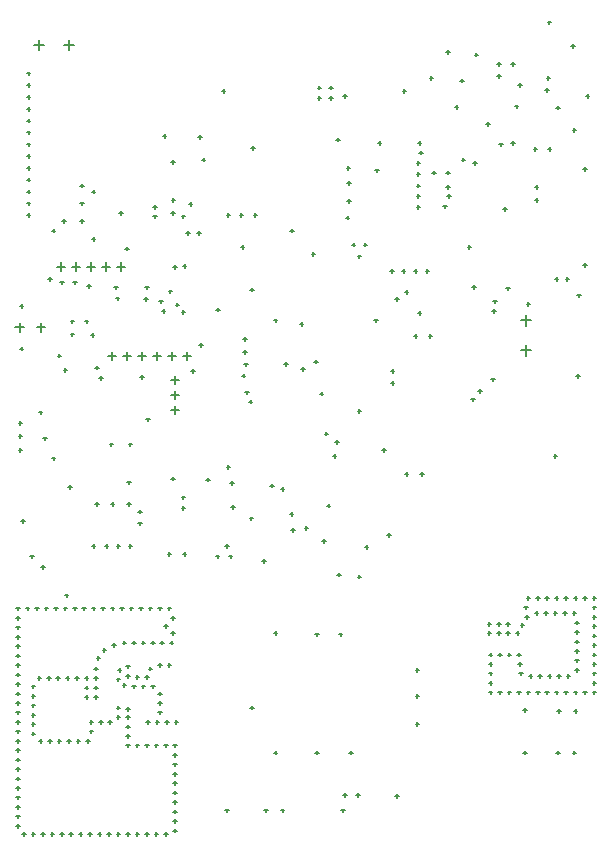
<source format=gbr>
%TF.GenerationSoftware,Altium Limited,Altium Designer,21.2.2 (38)*%
G04 Layer_Color=128*
%FSLAX45Y45*%
%MOMM*%
%TF.SameCoordinates,EE3A7C27-349B-46B6-A90B-2B7A9072729B*%
%TF.FilePolarity,Positive*%
%TF.FileFunction,Drillmap*%
%TF.Part,Single*%
G01*
G75*
%TA.AperFunction,NonConductor*%
%ADD103C,0.12700*%
D103*
X216500Y4350000D02*
X288500D01*
X252500Y4314000D02*
Y4386000D01*
X36500Y4350000D02*
X108500D01*
X72500Y4314000D02*
Y4386000D01*
X1355000Y3780000D02*
X1425000D01*
X1390000Y3745000D02*
Y3815000D01*
X1355000Y3907000D02*
X1425000D01*
X1390000Y3872000D02*
Y3942000D01*
X1355000Y3653000D02*
X1425000D01*
X1390000Y3618000D02*
Y3688000D01*
X1329000Y4110000D02*
X1399000D01*
X1364000Y4075000D02*
Y4145000D01*
X1456000Y4110000D02*
X1526000D01*
X1491000Y4075000D02*
Y4145000D01*
X1075000Y4110000D02*
X1145000D01*
X1110000Y4075000D02*
Y4145000D01*
X1202000Y4110000D02*
X1272000D01*
X1237000Y4075000D02*
Y4145000D01*
X821000Y4110000D02*
X891000D01*
X856000Y4075000D02*
Y4145000D01*
X948000Y4110000D02*
X1018000D01*
X983000Y4075000D02*
Y4145000D01*
X4315000Y4410000D02*
X4405000D01*
X4360000Y4365000D02*
Y4455000D01*
X4315000Y4156000D02*
X4405000D01*
X4360000Y4111000D02*
Y4201000D01*
X896000Y4865000D02*
X966000D01*
X931000Y4830000D02*
Y4900000D01*
X769000Y4865000D02*
X839000D01*
X804000Y4830000D02*
Y4900000D01*
X642000Y4865000D02*
X712000D01*
X677000Y4830000D02*
Y4900000D01*
X515000Y4865000D02*
X585000D01*
X550000Y4830000D02*
Y4900000D01*
X388000Y4865000D02*
X458000D01*
X423000Y4830000D02*
Y4900000D01*
X445000Y6740000D02*
X535000D01*
X490000Y6695000D02*
Y6785000D01*
X191000Y6740000D02*
X281000D01*
X236000Y6695000D02*
Y6785000D01*
X3815000Y5770000D02*
X3845000D01*
X3830000Y5755000D02*
Y5785000D01*
X1812500Y2497500D02*
X1842500D01*
X1827500Y2482500D02*
Y2512500D01*
X2020000Y2732500D02*
X2050000D01*
X2035000Y2717500D02*
Y2747500D01*
X1845000Y2410000D02*
X1875000D01*
X1860000Y2395000D02*
Y2425000D01*
X1735000Y2410000D02*
X1765000D01*
X1750000Y2395000D02*
Y2425000D01*
X2360000Y2767500D02*
X2390000D01*
X2375000Y2752500D02*
Y2782500D01*
X1455000Y4867500D02*
X1485000D01*
X1470000Y4852500D02*
Y4882500D01*
X1575000Y5150000D02*
X1605000D01*
X1590000Y5135000D02*
Y5165000D01*
X1485000Y5150000D02*
X1515000D01*
X1500000Y5135000D02*
Y5165000D01*
X3685000Y5660000D02*
X3715000D01*
X3700000Y5645000D02*
Y5675000D01*
X3565000Y5660000D02*
X3595000D01*
X3580000Y5645000D02*
Y5675000D01*
X3685000Y5540000D02*
X3715000D01*
X3700000Y5525000D02*
Y5555000D01*
X3695000Y5460000D02*
X3725000D01*
X3710000Y5445000D02*
Y5475000D01*
X3915000Y5740000D02*
X3945000D01*
X3930000Y5725000D02*
Y5755000D01*
X2565000Y4060000D02*
X2595000D01*
X2580000Y4045000D02*
Y4075000D01*
X2125000Y2370000D02*
X2155000D01*
X2140000Y2355000D02*
Y2385000D01*
X1595000Y4200000D02*
X1625000D01*
X1610000Y4185000D02*
Y4215000D01*
X345000Y5170000D02*
X375000D01*
X360000Y5155000D02*
Y5185000D01*
X235000Y3630000D02*
X265000D01*
X250000Y3615000D02*
Y3645000D01*
X2795000Y260000D02*
X2825000D01*
X2810000Y245000D02*
Y275000D01*
X2285000Y260000D02*
X2315000D01*
X2300000Y245000D02*
Y275000D01*
X2145000Y260000D02*
X2175000D01*
X2160000Y245000D02*
Y275000D01*
X315000Y4760000D02*
X345000D01*
X330000Y4745000D02*
Y4775000D01*
X4165304Y5351369D02*
X4195304D01*
X4180304Y5336369D02*
Y5366369D01*
X3145000Y3312500D02*
X3175000D01*
X3160000Y3297500D02*
Y3327500D01*
X2935000Y3640000D02*
X2965000D01*
X2950000Y3625000D02*
Y3655000D01*
X3215000Y3980000D02*
X3245000D01*
X3230000Y3965000D02*
Y3995000D01*
X3215000Y3880000D02*
X3245000D01*
X3230000Y3865000D02*
Y3895000D01*
X2285000Y2980000D02*
X2315000D01*
X2300000Y2965000D02*
Y2995000D01*
X1445000Y2820000D02*
X1475000D01*
X1460000Y2805000D02*
Y2835000D01*
X1355000Y3070000D02*
X1385000D01*
X1370000Y3055000D02*
Y3085000D01*
X2035000Y5870000D02*
X2065000D01*
X2050000Y5855000D02*
Y5885000D01*
X915000Y5320001D02*
X945000D01*
X930000Y5305001D02*
Y5335001D01*
X2995000Y2490000D02*
X3025000D01*
X3010000Y2475000D02*
Y2505000D01*
X3075000Y4410000D02*
X3105000D01*
X3090000Y4395000D02*
Y4425000D01*
X3905000Y4690000D02*
X3935000D01*
X3920000Y4675000D02*
Y4705000D01*
X4435000Y5540000D02*
X4465000D01*
X4450000Y5525000D02*
Y5555000D01*
X4435000Y5430000D02*
X4465000D01*
X4450000Y5415000D02*
Y5445000D01*
X4135000Y5900000D02*
X4165000D01*
X4150000Y5885000D02*
Y5915000D01*
X4025000Y6070000D02*
X4055000D01*
X4040000Y6055000D02*
Y6085000D01*
X4615000Y6210000D02*
X4645000D01*
X4630000Y6195000D02*
Y6225000D01*
X2615000Y3790000D02*
X2645000D01*
X2630000Y3775000D02*
Y3805000D01*
X2455000Y3997500D02*
X2485000D01*
X2470000Y3982500D02*
Y4012500D01*
X835000Y3360000D02*
X865000D01*
X850000Y3345000D02*
Y3375000D01*
X1145000Y3570000D02*
X1175000D01*
X1160000Y3555000D02*
Y3585000D01*
X1095000Y3930000D02*
X1125000D01*
X1110000Y3915000D02*
Y3945000D01*
X435000Y5250000D02*
X465000D01*
X450000Y5235000D02*
Y5265000D01*
X685000Y5100000D02*
X715000D01*
X700000Y5085000D02*
Y5115000D01*
X585000Y5250000D02*
X615000D01*
X600000Y5235000D02*
Y5265000D01*
X585000Y5400000D02*
X615000D01*
X600000Y5385000D02*
Y5415000D01*
X685000Y5500000D02*
X715000D01*
X700000Y5485000D02*
Y5515000D01*
X135000Y6500000D02*
X165000D01*
X150000Y6485000D02*
Y6515000D01*
X135000Y6400000D02*
X165000D01*
X150000Y6385000D02*
Y6415000D01*
X135000Y6300000D02*
X165000D01*
X150000Y6285000D02*
Y6315000D01*
X135000Y6200000D02*
X165000D01*
X150000Y6185000D02*
Y6215000D01*
X135000Y6100000D02*
X165000D01*
X150000Y6085000D02*
Y6115000D01*
X135000Y6000000D02*
X165000D01*
X150000Y5985000D02*
Y6015000D01*
X135000Y5900000D02*
X165000D01*
X150000Y5885000D02*
Y5915000D01*
X135000Y5800000D02*
X165000D01*
X150000Y5785000D02*
Y5815000D01*
X135000Y5700000D02*
X165000D01*
X150000Y5685000D02*
Y5715000D01*
X135000Y5600000D02*
X165000D01*
X150000Y5585000D02*
Y5615000D01*
X135000Y5500000D02*
X165000D01*
X150000Y5485000D02*
Y5515000D01*
X135000Y5400000D02*
X165000D01*
X150000Y5385000D02*
Y5415000D01*
X135000Y5300000D02*
X165000D01*
X150000Y5285000D02*
Y5315000D01*
X75000Y4170000D02*
X105000D01*
X90000Y4155000D02*
Y4185000D01*
X75000Y4530000D02*
X105000D01*
X90000Y4515000D02*
Y4545000D01*
X4625000Y1100000D02*
X4655000D01*
X4640000Y1085000D02*
Y1115000D01*
X4765000Y1100000D02*
X4795000D01*
X4780000Y1085000D02*
Y1115000D01*
X4755000Y750000D02*
X4785000D01*
X4770000Y735000D02*
Y765000D01*
X4615000Y750000D02*
X4645000D01*
X4630000Y735000D02*
Y765000D01*
X2775000Y1750000D02*
X2805000D01*
X2790000Y1735000D02*
Y1765000D01*
X2575000Y1750000D02*
X2605000D01*
X2590000Y1735000D02*
Y1765000D01*
X2225000Y1760000D02*
X2255000D01*
X2240000Y1745000D02*
Y1775000D01*
X2025000Y1130000D02*
X2055000D01*
X2040000Y1115000D02*
Y1145000D01*
X2225000Y750000D02*
X2255000D01*
X2240000Y735000D02*
Y765000D01*
X2575000Y750000D02*
X2605000D01*
X2590000Y735000D02*
Y765000D01*
X2865000Y750000D02*
X2895000D01*
X2880000Y735000D02*
Y765000D01*
X3425000Y990000D02*
X3455000D01*
X3440000Y975000D02*
Y1005000D01*
X3425000Y1230000D02*
X3455000D01*
X3440000Y1215000D02*
Y1245000D01*
X3425000Y1450000D02*
X3455000D01*
X3440000Y1435000D02*
Y1465000D01*
X2365000Y5170000D02*
X2395000D01*
X2380000Y5155000D02*
Y5185000D01*
X2545000Y4970000D02*
X2575000D01*
X2560000Y4955000D02*
Y4985000D01*
X1945000Y5030000D02*
X1975000D01*
X1960000Y5015000D02*
Y5045000D01*
X2025000Y4670000D02*
X2055000D01*
X2040000Y4655000D02*
Y4685000D01*
X1375000Y4860000D02*
X1405000D01*
X1390000Y4845000D02*
Y4875000D01*
X1355000Y5750000D02*
X1385000D01*
X1370000Y5735000D02*
Y5765000D01*
X1615000Y5770000D02*
X1645000D01*
X1630000Y5755000D02*
Y5785000D01*
X1585000Y5960000D02*
X1615000D01*
X1600000Y5945000D02*
Y5975000D01*
X3435000Y5370000D02*
X3465000D01*
X3450000Y5355000D02*
Y5385000D01*
X3435000Y5460000D02*
X3465000D01*
X3450000Y5445000D02*
Y5475000D01*
X3435000Y5550000D02*
X3465000D01*
X3450000Y5535000D02*
Y5565000D01*
X3435000Y5650000D02*
X3465000D01*
X3450000Y5635000D02*
Y5665000D01*
X3435000Y5740000D02*
X3465000D01*
X3450000Y5725000D02*
Y5755000D01*
X3455000Y5830000D02*
X3485000D01*
X3470000Y5815000D02*
Y5845000D01*
X3445000Y5910000D02*
X3475000D01*
X3460000Y5895000D02*
Y5925000D01*
X1785000Y6350000D02*
X1815000D01*
X1800000Y6335000D02*
Y6365000D01*
X3315000Y6350000D02*
X3345000D01*
X3330000Y6335000D02*
Y6365000D01*
X3805000Y6440000D02*
X3835000D01*
X3820000Y6425000D02*
Y6455000D01*
X3545000Y6460000D02*
X3575000D01*
X3560000Y6445000D02*
Y6475000D01*
X3685000Y6680000D02*
X3715000D01*
X3700000Y6665000D02*
Y6695000D01*
X4115000Y6580000D02*
X4145000D01*
X4130000Y6565000D02*
Y6595000D01*
X4235000Y6580000D02*
X4265000D01*
X4250000Y6565000D02*
Y6595000D01*
X4265000Y6220000D02*
X4295000D01*
X4280000Y6205000D02*
Y6235000D01*
X4295000Y6400000D02*
X4325000D01*
X4310000Y6385000D02*
Y6415000D01*
X4115000Y6480000D02*
X4145000D01*
X4130000Y6465000D02*
Y6495000D01*
X4535000Y6460000D02*
X4565000D01*
X4550000Y6445000D02*
Y6475000D01*
X4745000Y6730000D02*
X4775000D01*
X4760000Y6715000D02*
Y6745000D01*
X4755000Y6020000D02*
X4785000D01*
X4770000Y6005000D02*
Y6035000D01*
X4845000Y5690000D02*
X4875000D01*
X4860000Y5675000D02*
Y5705000D01*
X4845000Y4880000D02*
X4875000D01*
X4860000Y4865000D02*
Y4895000D01*
X4785000Y3940000D02*
X4815000D01*
X4800000Y3925000D02*
Y3955000D01*
X4795000Y4620000D02*
X4825000D01*
X4810000Y4605000D02*
Y4635000D01*
X4605000Y4760000D02*
X4635000D01*
X4620000Y4745000D02*
Y4775000D01*
X4695000Y4760000D02*
X4725000D01*
X4710000Y4745000D02*
Y4775000D01*
X4365000Y4550000D02*
X4395000D01*
X4380000Y4535000D02*
Y4565000D01*
X4075000Y4490000D02*
X4105000D01*
X4090000Y4475000D02*
Y4505000D01*
X4085000Y4570000D02*
X4115000D01*
X4100000Y4555000D02*
Y4585000D01*
X3445000Y4470000D02*
X3475000D01*
X3460000Y4455000D02*
Y4485000D01*
X3255000Y4590000D02*
X3285000D01*
X3270000Y4575000D02*
Y4605000D01*
X3335000Y4650000D02*
X3365000D01*
X3350000Y4635000D02*
Y4665000D01*
X4595000Y3260000D02*
X4625000D01*
X4610000Y3245000D02*
Y3275000D01*
X3465000Y3110000D02*
X3495000D01*
X3480000Y3095000D02*
Y3125000D01*
X3335000Y3110000D02*
X3365000D01*
X3350000Y3095000D02*
Y3125000D01*
X3185000Y2590000D02*
X3215000D01*
X3200000Y2575000D02*
Y2605000D01*
X2675000Y2840000D02*
X2705000D01*
X2690000Y2825000D02*
Y2855000D01*
X2725000Y3260000D02*
X2755000D01*
X2740000Y3245000D02*
Y3275000D01*
X2745000Y3380000D02*
X2775000D01*
X2760000Y3365000D02*
Y3395000D01*
X2655000Y3450000D02*
X2685000D01*
X2670000Y3435000D02*
Y3465000D01*
X2315000Y4040000D02*
X2345000D01*
X2330000Y4025000D02*
Y4055000D01*
X2225000Y4410000D02*
X2255000D01*
X2240000Y4395000D02*
Y4425000D01*
X2445000Y4380000D02*
X2475000D01*
X2460000Y4365000D02*
Y4395000D01*
X1965000Y4140000D02*
X1995000D01*
X1980000Y4125000D02*
Y4155000D01*
X645000Y4700000D02*
X675000D01*
X660000Y4685000D02*
Y4715000D01*
X525000Y4730000D02*
X555000D01*
X540000Y4715000D02*
Y4745000D01*
X415000Y4730000D02*
X445000D01*
X430000Y4715000D02*
Y4745000D01*
X505000Y4290000D02*
X535000D01*
X520000Y4275000D02*
Y4305000D01*
X505000Y4400000D02*
X535000D01*
X520000Y4385000D02*
Y4415000D01*
X625000Y4400000D02*
X655000D01*
X640000Y4385000D02*
Y4415000D01*
X65000Y3540000D02*
X95000D01*
X80000Y3525000D02*
Y3555000D01*
X65000Y3430000D02*
X95000D01*
X80000Y3415000D02*
Y3445000D01*
X65000Y3310000D02*
X95000D01*
X80000Y3295000D02*
Y3325000D01*
X85000Y2710000D02*
X115000D01*
X100000Y2695000D02*
Y2725000D01*
X165000Y2410000D02*
X195000D01*
X180000Y2395000D02*
Y2425000D01*
X255000Y2320000D02*
X285000D01*
X270000Y2305000D02*
Y2335000D01*
X2935000Y2240000D02*
X2965000D01*
X2950000Y2225000D02*
Y2255000D01*
X3255000Y380000D02*
X3285000D01*
X3270000Y365000D02*
Y395000D01*
X2925000Y390000D02*
X2955000D01*
X2940000Y375000D02*
Y405000D01*
X2815000Y390000D02*
X2845000D01*
X2830000Y375000D02*
Y405000D01*
X2760659Y2255659D02*
X2790659D01*
X2775659Y2240659D02*
Y2270659D01*
X4365000Y2060000D02*
X4395000D01*
X4380000Y2045000D02*
Y2075000D01*
X4345000Y1980000D02*
X4375000D01*
X4360000Y1965000D02*
Y1995000D01*
X4195000Y1840000D02*
X4225000D01*
X4210000Y1825000D02*
Y1855000D01*
X4115000Y1840000D02*
X4145000D01*
X4130000Y1825000D02*
Y1855000D01*
X4035000Y1840000D02*
X4065000D01*
X4050000Y1825000D02*
Y1855000D01*
X4845000Y2060000D02*
X4875000D01*
X4860000Y2045000D02*
Y2075000D01*
X4765000Y2060000D02*
X4795000D01*
X4780000Y2045000D02*
Y2075000D01*
X4685000Y2060000D02*
X4715000D01*
X4700000Y2045000D02*
Y2075000D01*
X4605000Y2060000D02*
X4635000D01*
X4620000Y2045000D02*
Y2075000D01*
X4525000Y2060000D02*
X4555000D01*
X4540000Y2045000D02*
Y2075000D01*
X4445000Y2060000D02*
X4475000D01*
X4460000Y2045000D02*
Y2075000D01*
X4925000Y1820000D02*
X4955000D01*
X4940000Y1805000D02*
Y1835000D01*
X4925000Y1900000D02*
X4955000D01*
X4940000Y1885000D02*
Y1915000D01*
X4925000Y1980000D02*
X4955000D01*
X4940000Y1965000D02*
Y1995000D01*
X4925000Y2060000D02*
X4955000D01*
X4940000Y2045000D02*
Y2075000D01*
X4925000Y1340000D02*
X4955000D01*
X4940000Y1325000D02*
Y1355000D01*
X4925000Y1420000D02*
X4955000D01*
X4940000Y1405000D02*
Y1435000D01*
X4925000Y1500000D02*
X4955000D01*
X4940000Y1485000D02*
Y1515000D01*
X4925000Y1580000D02*
X4955000D01*
X4940000Y1565000D02*
Y1595000D01*
X4925000Y1660000D02*
X4955000D01*
X4940000Y1645000D02*
Y1675000D01*
X4925000Y1740000D02*
X4955000D01*
X4940000Y1725000D02*
Y1755000D01*
X4605000Y1260000D02*
X4635000D01*
X4620000Y1245000D02*
Y1275000D01*
X4685000Y1260000D02*
X4715000D01*
X4700000Y1245000D02*
Y1275000D01*
X4765000Y1260000D02*
X4795000D01*
X4780000Y1245000D02*
Y1275000D01*
X4845000Y1260000D02*
X4875000D01*
X4860000Y1245000D02*
Y1275000D01*
X4925000Y1260000D02*
X4955000D01*
X4940000Y1245000D02*
Y1275000D01*
X4125000Y1260000D02*
X4155000D01*
X4140000Y1245000D02*
Y1275000D01*
X4205000Y1260000D02*
X4235000D01*
X4220000Y1245000D02*
Y1275000D01*
X4285000Y1260000D02*
X4315000D01*
X4300000Y1245000D02*
Y1275000D01*
X4365000Y1260000D02*
X4395000D01*
X4380000Y1245000D02*
Y1275000D01*
X4445000Y1260000D02*
X4475000D01*
X4460000Y1245000D02*
Y1275000D01*
X4525000Y1260000D02*
X4555000D01*
X4540000Y1245000D02*
Y1275000D01*
X4045000Y1500000D02*
X4075000D01*
X4060000Y1485000D02*
Y1515000D01*
X4045000Y1420000D02*
X4075000D01*
X4060000Y1405000D02*
Y1435000D01*
X4045000Y1340000D02*
X4075000D01*
X4060000Y1325000D02*
Y1355000D01*
X4045000Y1260000D02*
X4075000D01*
X4060000Y1245000D02*
Y1275000D01*
X4045000Y1580000D02*
X4075000D01*
X4060000Y1565000D02*
Y1595000D01*
X4125000Y1580000D02*
X4155000D01*
X4140000Y1565000D02*
Y1595000D01*
X4205000Y1580000D02*
X4235000D01*
X4220000Y1565000D02*
Y1595000D01*
X4285000Y1580000D02*
X4315000D01*
X4300000Y1565000D02*
Y1595000D01*
X4295000Y1500000D02*
X4325000D01*
X4310000Y1485000D02*
Y1515000D01*
X4305000Y1420000D02*
X4335000D01*
X4320000Y1405000D02*
Y1435000D01*
X4385000Y1400000D02*
X4415000D01*
X4400000Y1385000D02*
Y1415000D01*
X4465000Y1400000D02*
X4495000D01*
X4480000Y1385000D02*
Y1415000D01*
X4545000Y1400000D02*
X4575000D01*
X4560000Y1385000D02*
Y1415000D01*
X4625000Y1400000D02*
X4655000D01*
X4640000Y1385000D02*
Y1415000D01*
X4705000Y1400000D02*
X4735000D01*
X4720000Y1385000D02*
Y1415000D01*
X4775000Y1450000D02*
X4805000D01*
X4790000Y1435000D02*
Y1465000D01*
X4775000Y1530000D02*
X4805000D01*
X4790000Y1515000D02*
Y1545000D01*
X4775000Y1610000D02*
X4805000D01*
X4790000Y1595000D02*
Y1625000D01*
X4775000Y1690000D02*
X4805000D01*
X4790000Y1675000D02*
Y1705000D01*
X4775000Y1770000D02*
X4805000D01*
X4790000Y1755000D02*
Y1785000D01*
X4775000Y1850000D02*
X4805000D01*
X4790000Y1835000D02*
Y1865000D01*
X4755000Y1930000D02*
X4785000D01*
X4770000Y1915000D02*
Y1945000D01*
X4675000Y1930000D02*
X4705000D01*
X4690000Y1915000D02*
Y1945000D01*
X4595000Y1930000D02*
X4625000D01*
X4610000Y1915000D02*
Y1945000D01*
X4515000Y1930000D02*
X4545000D01*
X4530000Y1915000D02*
Y1945000D01*
X4435000Y1930000D02*
X4465000D01*
X4450000Y1915000D02*
Y1945000D01*
X4355000Y1900000D02*
X4385000D01*
X4370000Y1885000D02*
Y1915000D01*
X4315000Y1830000D02*
X4345000D01*
X4330000Y1815000D02*
Y1845000D01*
X4275000Y1760000D02*
X4305000D01*
X4290000Y1745000D02*
Y1775000D01*
X4195000Y1760000D02*
X4225000D01*
X4210000Y1745000D02*
Y1775000D01*
X4115000Y1760000D02*
X4145000D01*
X4130000Y1745000D02*
Y1775000D01*
X4035000Y1760000D02*
X4065000D01*
X4050000Y1745000D02*
Y1775000D01*
X1355000Y1760000D02*
X1385000D01*
X1370000Y1745000D02*
Y1775000D01*
X1295000Y1820000D02*
X1325000D01*
X1310000Y1805000D02*
Y1835000D01*
X1355000Y1890000D02*
X1385000D01*
X1370000Y1875000D02*
Y1905000D01*
X1325000Y1970000D02*
X1355000D01*
X1340000Y1955000D02*
Y1985000D01*
X1245000Y1970000D02*
X1275000D01*
X1260000Y1955000D02*
Y1985000D01*
X1165000Y1970000D02*
X1195000D01*
X1180000Y1955000D02*
Y1985000D01*
X1085000Y1970000D02*
X1115000D01*
X1100000Y1955000D02*
Y1985000D01*
X1005000Y1970000D02*
X1035000D01*
X1020000Y1955000D02*
Y1985000D01*
X925000Y1970000D02*
X955000D01*
X940000Y1955000D02*
Y1985000D01*
X845000Y1970000D02*
X875000D01*
X860000Y1955000D02*
Y1985000D01*
X765000Y1970000D02*
X795000D01*
X780000Y1955000D02*
Y1985000D01*
X685000Y1970000D02*
X715000D01*
X700000Y1955000D02*
Y1985000D01*
X605000Y1970000D02*
X635000D01*
X620000Y1955000D02*
Y1985000D01*
X525000Y1970000D02*
X555000D01*
X540000Y1955000D02*
Y1985000D01*
X445000Y1970000D02*
X475000D01*
X460000Y1955000D02*
Y1985000D01*
X365000Y1970000D02*
X395000D01*
X380000Y1955000D02*
Y1985000D01*
X285000Y1970000D02*
X315000D01*
X300000Y1955000D02*
Y1985000D01*
X205000Y1970000D02*
X235000D01*
X220000Y1955000D02*
Y1985000D01*
X125000Y1970000D02*
X155000D01*
X140000Y1955000D02*
Y1985000D01*
X45000Y1970000D02*
X75000D01*
X60000Y1955000D02*
Y1985000D01*
X45000Y1890000D02*
X75000D01*
X60000Y1875000D02*
Y1905000D01*
X45000Y1810000D02*
X75000D01*
X60000Y1795000D02*
Y1825000D01*
X45000Y1730000D02*
X75000D01*
X60000Y1715000D02*
Y1745000D01*
X45000Y1650000D02*
X75000D01*
X60000Y1635000D02*
Y1665000D01*
X45000Y1570000D02*
X75000D01*
X60000Y1555000D02*
Y1585000D01*
X45000Y1490000D02*
X75000D01*
X60000Y1475000D02*
Y1505000D01*
X45000Y1410000D02*
X75000D01*
X60000Y1395000D02*
Y1425000D01*
X45000Y1330000D02*
X75000D01*
X60000Y1315000D02*
Y1345000D01*
X45000Y1250000D02*
X75000D01*
X60000Y1235000D02*
Y1265000D01*
X45000Y1170000D02*
X75000D01*
X60000Y1155000D02*
Y1185000D01*
X45000Y1090000D02*
X75000D01*
X60000Y1075000D02*
Y1105000D01*
X45000Y1010000D02*
X75000D01*
X60000Y995000D02*
Y1025000D01*
X45000Y930000D02*
X75000D01*
X60000Y915000D02*
Y945000D01*
X45000Y850000D02*
X75000D01*
X60000Y835000D02*
Y865000D01*
X45000Y770000D02*
X75000D01*
X60000Y755000D02*
Y785000D01*
X45000Y690000D02*
X75000D01*
X60000Y675000D02*
Y705000D01*
X45000Y610000D02*
X75000D01*
X60000Y595000D02*
Y625000D01*
X45000Y530000D02*
X75000D01*
X60000Y515000D02*
Y545000D01*
X45000Y450000D02*
X75000D01*
X60000Y435000D02*
Y465000D01*
X45000Y370000D02*
X75000D01*
X60000Y355000D02*
Y385000D01*
X45000Y290000D02*
X75000D01*
X60000Y275000D02*
Y305000D01*
X45000Y210000D02*
X75000D01*
X60000Y195000D02*
Y225000D01*
X45000Y130000D02*
X75000D01*
X60000Y115000D02*
Y145000D01*
X95000Y60000D02*
X125000D01*
X110000Y45000D02*
Y75000D01*
X175000Y60000D02*
X205000D01*
X190000Y45000D02*
Y75000D01*
X255000Y60000D02*
X285000D01*
X270000Y45000D02*
Y75000D01*
X335000Y60000D02*
X365000D01*
X350000Y45000D02*
Y75000D01*
X415000Y60000D02*
X445000D01*
X430000Y45000D02*
Y75000D01*
X495000Y60000D02*
X525000D01*
X510000Y45000D02*
Y75000D01*
X575000Y60000D02*
X605000D01*
X590000Y45000D02*
Y75000D01*
X655000Y60000D02*
X685000D01*
X670000Y45000D02*
Y75000D01*
X735000Y60000D02*
X765000D01*
X750000Y45000D02*
Y75000D01*
X815000Y60000D02*
X845000D01*
X830000Y45000D02*
Y75000D01*
X895000Y60000D02*
X925000D01*
X910000Y45000D02*
Y75000D01*
X975000Y60000D02*
X1005000D01*
X990000Y45000D02*
Y75000D01*
X1055000Y60000D02*
X1085000D01*
X1070000Y45000D02*
Y75000D01*
X1135000Y60000D02*
X1165000D01*
X1150000Y45000D02*
Y75000D01*
X1215000Y60000D02*
X1245000D01*
X1230000Y45000D02*
Y75000D01*
X1295000Y60000D02*
X1325000D01*
X1310000Y45000D02*
Y75000D01*
X1375000Y90000D02*
X1405000D01*
X1390000Y75000D02*
Y105000D01*
X1375000Y170000D02*
X1405000D01*
X1390000Y155000D02*
Y185000D01*
X1375000Y250000D02*
X1405000D01*
X1390000Y235000D02*
Y265000D01*
X1375000Y330000D02*
X1405000D01*
X1390000Y315000D02*
Y345000D01*
X1375000Y410000D02*
X1405000D01*
X1390000Y395000D02*
Y425000D01*
X1375000Y490000D02*
X1405000D01*
X1390000Y475000D02*
Y505000D01*
X1375000Y570000D02*
X1405000D01*
X1390000Y555000D02*
Y585000D01*
X1375000Y650000D02*
X1405000D01*
X1390000Y635000D02*
Y665000D01*
X1375000Y730000D02*
X1405000D01*
X1390000Y715000D02*
Y745000D01*
X1325000Y1490000D02*
X1355000D01*
X1340000Y1475000D02*
Y1505000D01*
X1245000Y1490000D02*
X1275000D01*
X1260000Y1475000D02*
Y1505000D01*
X1165000Y1460000D02*
X1195000D01*
X1180000Y1445000D02*
Y1475000D01*
X1135000Y1390000D02*
X1165000D01*
X1150000Y1375000D02*
Y1405000D01*
X1055000Y1390000D02*
X1085000D01*
X1070000Y1375000D02*
Y1405000D01*
X975000Y1400000D02*
X1005000D01*
X990000Y1385000D02*
Y1415000D01*
X975000Y1480000D02*
X1005000D01*
X990000Y1465000D02*
Y1495000D01*
X905000Y1450000D02*
X935000D01*
X920000Y1435000D02*
Y1465000D01*
X895000Y1370000D02*
X925000D01*
X910000Y1355000D02*
Y1385000D01*
X945000Y1320000D02*
X975000D01*
X960000Y1305000D02*
Y1335000D01*
X1025000Y1310000D02*
X1055000D01*
X1040000Y1295000D02*
Y1325000D01*
X1105000Y1310000D02*
X1135000D01*
X1120000Y1295000D02*
Y1325000D01*
X1185000Y1310000D02*
X1215000D01*
X1200000Y1295000D02*
Y1325000D01*
X1245000Y1250000D02*
X1275000D01*
X1260000Y1235000D02*
Y1265000D01*
X1245000Y1170000D02*
X1275000D01*
X1260000Y1155000D02*
Y1185000D01*
X1245000Y1090000D02*
X1275000D01*
X1260000Y1075000D02*
Y1105000D01*
X1145000Y1010000D02*
X1175000D01*
X1160000Y995000D02*
Y1025000D01*
X1225000Y1010000D02*
X1255000D01*
X1240000Y995000D02*
Y1025000D01*
X1305000Y1010000D02*
X1335000D01*
X1320000Y995000D02*
Y1025000D01*
X1385000Y1010000D02*
X1415000D01*
X1400000Y995000D02*
Y1025000D01*
X1375000Y810000D02*
X1405000D01*
X1390000Y795000D02*
Y825000D01*
X1295000Y810000D02*
X1325000D01*
X1310000Y795000D02*
Y825000D01*
X1215000Y810000D02*
X1245000D01*
X1230000Y795000D02*
Y825000D01*
X1135000Y810000D02*
X1165000D01*
X1150000Y795000D02*
Y825000D01*
X1055000Y810000D02*
X1085000D01*
X1070000Y795000D02*
Y825000D01*
X975000Y810000D02*
X1005000D01*
X990000Y795000D02*
Y825000D01*
X975000Y890000D02*
X1005000D01*
X990000Y875000D02*
Y905000D01*
X975000Y970000D02*
X1005000D01*
X990000Y955000D02*
Y985000D01*
X975000Y1050000D02*
X1005000D01*
X990000Y1035000D02*
Y1065000D01*
X975000Y1120000D02*
X1005000D01*
X990000Y1105000D02*
Y1135000D01*
X895000Y1130000D02*
X925000D01*
X910000Y1115000D02*
Y1145000D01*
X895000Y1050000D02*
X925000D01*
X910000Y1035000D02*
Y1065000D01*
X825000Y1010000D02*
X855000D01*
X840000Y995000D02*
Y1025000D01*
X745000Y1010000D02*
X775000D01*
X760000Y995000D02*
Y1025000D01*
X665000Y1010000D02*
X695000D01*
X680000Y995000D02*
Y1025000D01*
X665000Y930000D02*
X695000D01*
X680000Y915000D02*
Y945000D01*
X635000Y850000D02*
X665000D01*
X650000Y835000D02*
Y865000D01*
X555000Y850000D02*
X585000D01*
X570000Y835000D02*
Y865000D01*
X475000Y850000D02*
X505000D01*
X490000Y835000D02*
Y865000D01*
X395000Y850000D02*
X425000D01*
X410000Y835000D02*
Y865000D01*
X315000Y850000D02*
X345000D01*
X330000Y835000D02*
Y865000D01*
X235000Y850000D02*
X265000D01*
X250000Y835000D02*
Y865000D01*
X175000Y910000D02*
X205000D01*
X190000Y895000D02*
Y925000D01*
X175000Y990000D02*
X205000D01*
X190000Y975000D02*
Y1005000D01*
X175000Y1070000D02*
X205000D01*
X190000Y1055000D02*
Y1085000D01*
X175000Y1150000D02*
X205000D01*
X190000Y1135000D02*
Y1165000D01*
X175000Y1230000D02*
X205000D01*
X190000Y1215000D02*
Y1245000D01*
X175000Y1310000D02*
X205000D01*
X190000Y1295000D02*
Y1325000D01*
X225000Y1380000D02*
X255000D01*
X240000Y1365000D02*
Y1395000D01*
X305000Y1380000D02*
X335000D01*
X320000Y1365000D02*
Y1395000D01*
X385000Y1380000D02*
X415000D01*
X400000Y1365000D02*
Y1395000D01*
X465000Y1380000D02*
X495000D01*
X480000Y1365000D02*
Y1395000D01*
X545000Y1380000D02*
X575000D01*
X560000Y1365000D02*
Y1395000D01*
X625000Y1380000D02*
X655000D01*
X640000Y1365000D02*
Y1395000D01*
X625000Y1300000D02*
X655000D01*
X640000Y1285000D02*
Y1315000D01*
X625000Y1220000D02*
X655000D01*
X640000Y1205000D02*
Y1235000D01*
X705000Y1220000D02*
X735000D01*
X720000Y1205000D02*
Y1235000D01*
X705000Y1300000D02*
X735000D01*
X720000Y1285000D02*
Y1315000D01*
X705000Y1380000D02*
X735000D01*
X720000Y1365000D02*
Y1395000D01*
X705000Y1460000D02*
X735000D01*
X720000Y1445000D02*
Y1475000D01*
X725000Y1550000D02*
X755000D01*
X740000Y1535000D02*
Y1565000D01*
X775000Y1620000D02*
X805000D01*
X790000Y1605000D02*
Y1635000D01*
X855000Y1660000D02*
X885000D01*
X870000Y1645000D02*
Y1675000D01*
X945000Y1680000D02*
X975000D01*
X960000Y1665000D02*
Y1695000D01*
X1025000Y1680000D02*
X1055000D01*
X1040000Y1665000D02*
Y1695000D01*
X1105000Y1680000D02*
X1135000D01*
X1120000Y1665000D02*
Y1695000D01*
X1185000Y1680000D02*
X1215000D01*
X1200000Y1665000D02*
Y1695000D01*
X1265000Y1680000D02*
X1295000D01*
X1280000Y1665000D02*
Y1695000D01*
X1345000Y1680000D02*
X1375000D01*
X1360000Y1665000D02*
Y1695000D01*
X1455000Y2430000D02*
X1485000D01*
X1470000Y2415000D02*
Y2445000D01*
X1325000Y2430000D02*
X1355000D01*
X1340000Y2415000D02*
Y2445000D01*
X3865000Y5030000D02*
X3895000D01*
X3880000Y5015000D02*
Y5045000D01*
X2845000Y5570000D02*
X2875000D01*
X2860000Y5555000D02*
Y5585000D01*
X2845000Y5420000D02*
X2875000D01*
X2860000Y5405000D02*
Y5435000D01*
X4867500Y6310000D02*
X4897500D01*
X4882500Y6295000D02*
Y6325000D01*
X4525000Y6360000D02*
X4555000D01*
X4540000Y6345000D02*
Y6375000D01*
X2195000Y3010000D02*
X2225000D01*
X2210000Y2995000D02*
Y3025000D01*
X1655000Y3060000D02*
X1685000D01*
X1670000Y3045000D02*
Y3075000D01*
X985000Y3037500D02*
X1015000D01*
X1000000Y3022500D02*
Y3052500D01*
X1965000Y4250000D02*
X1995000D01*
X1980000Y4235000D02*
Y4265000D01*
X345000Y3240000D02*
X375000D01*
X360000Y3225000D02*
Y3255000D01*
X485000Y3000000D02*
X515000D01*
X500000Y2985000D02*
Y3015000D01*
X275000Y3410000D02*
X305000D01*
X290000Y3395000D02*
Y3425000D01*
X1075000Y2790000D02*
X1105000D01*
X1090000Y2775000D02*
Y2805000D01*
X845000Y2852500D02*
X875000D01*
X860000Y2837500D02*
Y2867500D01*
X715000Y2852500D02*
X745000D01*
X730000Y2837500D02*
Y2867500D01*
X985000Y2852500D02*
X1015000D01*
X1000000Y2837500D02*
Y2867500D01*
X1075000Y2690000D02*
X1105000D01*
X1090000Y2675000D02*
Y2705000D01*
X995000Y2500000D02*
X1025000D01*
X1010000Y2485000D02*
Y2515000D01*
X895000Y2500000D02*
X925000D01*
X910000Y2485000D02*
Y2515000D01*
X795000Y2500000D02*
X825000D01*
X810000Y2485000D02*
Y2515000D01*
X685000Y2500000D02*
X715000D01*
X700000Y2485000D02*
Y2515000D01*
X4235000Y5910000D02*
X4265000D01*
X4250000Y5895000D02*
Y5925000D01*
X4425000Y5860000D02*
X4455000D01*
X4440000Y5845000D02*
Y5875000D01*
X4065000Y3910000D02*
X4095000D01*
X4080000Y3895000D02*
Y3925000D01*
X2755000Y5940000D02*
X2785000D01*
X2770000Y5925000D02*
Y5955000D01*
X2815000Y6310000D02*
X2845000D01*
X2830000Y6295000D02*
Y6325000D01*
X2695000Y6290000D02*
X2725000D01*
X2710000Y6275000D02*
Y6305000D01*
X2695000Y6380000D02*
X2725000D01*
X2710000Y6365000D02*
Y6395000D01*
X2595000Y6380000D02*
X2625000D01*
X2610000Y6365000D02*
Y6395000D01*
X2595000Y6290000D02*
X2625000D01*
X2610000Y6275000D02*
Y6305000D01*
X2055000Y5300000D02*
X2085000D01*
X2070000Y5285000D02*
Y5315000D01*
X1935000Y5300000D02*
X1965000D01*
X1950000Y5285000D02*
Y5315000D01*
X1825000Y5300000D02*
X1855000D01*
X1840000Y5285000D02*
Y5315000D01*
X3660000Y5375000D02*
X3690000D01*
X3675000Y5360000D02*
Y5390000D01*
X3535000Y4275000D02*
X3565000D01*
X3550000Y4260000D02*
Y4290000D01*
X3410000Y4275000D02*
X3440000D01*
X3425000Y4260000D02*
Y4290000D01*
X3510000Y4825000D02*
X3540000D01*
X3525000Y4810000D02*
Y4840000D01*
X3410000Y4825000D02*
X3440000D01*
X3425000Y4810000D02*
Y4840000D01*
X3310000Y4825000D02*
X3340000D01*
X3325000Y4810000D02*
Y4840000D01*
X3210000Y4825000D02*
X3240000D01*
X3225000Y4810000D02*
Y4840000D01*
X2935000Y4950000D02*
X2965000D01*
X2950000Y4935000D02*
Y4965000D01*
X2985000Y5050000D02*
X3015000D01*
X3000000Y5035000D02*
Y5065000D01*
X2885000Y5050000D02*
X2915000D01*
X2900000Y5035000D02*
Y5065000D01*
X1505000Y5395000D02*
X1535000D01*
X1520000Y5380000D02*
Y5410000D01*
X1360000Y5430000D02*
X1390000D01*
X1375000Y5415000D02*
Y5445000D01*
X1355000Y5317500D02*
X1385000D01*
X1370000Y5302500D02*
Y5332500D01*
X887500Y4595000D02*
X917500D01*
X902500Y4580000D02*
Y4610000D01*
X872500Y4687500D02*
X902500D01*
X887500Y4672500D02*
Y4702500D01*
X3757500Y6217500D02*
X3787500D01*
X3772500Y6202500D02*
Y6232500D01*
X1127500Y4590000D02*
X1157500D01*
X1142500Y4575000D02*
Y4605000D01*
X675000Y4287500D02*
X705000D01*
X690000Y4272500D02*
Y4302500D01*
X395000Y4110000D02*
X425000D01*
X410000Y4095000D02*
Y4125000D01*
X4542500Y6932500D02*
X4572500D01*
X4557500Y6917500D02*
Y6947500D01*
X1393591Y4542500D02*
X1423590D01*
X1408591Y4527500D02*
Y4557500D01*
X1335000Y4655000D02*
X1365000D01*
X1350000Y4640000D02*
Y4670000D01*
X1444341Y4480658D02*
X1474341D01*
X1459341Y4465658D02*
Y4495658D01*
X1137500Y4687500D02*
X1167500D01*
X1152500Y4672500D02*
Y4702500D01*
X1254341Y4570658D02*
X1284341D01*
X1269341Y4555658D02*
Y4585658D01*
X1277500Y4490000D02*
X1307500D01*
X1292500Y4475000D02*
Y4505000D01*
X3925000Y6660000D02*
X3955000D01*
X3940000Y6645000D02*
Y6675000D01*
X3955000Y3810000D02*
X3985000D01*
X3970000Y3795000D02*
Y3825000D01*
X4545000Y5860000D02*
X4575000D01*
X4560000Y5845000D02*
Y5875000D01*
X3895000Y3740000D02*
X3925000D01*
X3910000Y3725000D02*
Y3755000D01*
X4195000Y4680000D02*
X4225000D01*
X4210000Y4665000D02*
Y4695000D01*
X1975000Y4035659D02*
X2005000D01*
X1990000Y4020659D02*
Y4050659D01*
X1954342Y3940659D02*
X1984341D01*
X1969342Y3925659D02*
Y3955659D01*
X1737500Y4500000D02*
X1767500D01*
X1752500Y4485000D02*
Y4515000D01*
X715000Y4010000D02*
X745000D01*
X730000Y3995000D02*
Y4025000D01*
X445000Y3990000D02*
X475000D01*
X460000Y3975000D02*
Y4005000D01*
X1525000Y3980000D02*
X1555000D01*
X1540000Y3965000D02*
Y3995000D01*
X745000Y3920000D02*
X775000D01*
X760000Y3905000D02*
Y3935000D01*
X995000Y3360000D02*
X1025000D01*
X1010000Y3345000D02*
Y3375000D01*
X1865000Y2830000D02*
X1895000D01*
X1880000Y2815000D02*
Y2845000D01*
X1445000Y2910000D02*
X1475000D01*
X1460000Y2895000D02*
Y2925000D01*
X2014341Y3720659D02*
X2044341D01*
X2029341Y3705659D02*
Y3735659D01*
X1985000Y3800000D02*
X2015000D01*
X2000000Y3785000D02*
Y3815000D01*
X1445000Y5290000D02*
X1475000D01*
X1460000Y5275000D02*
Y5305000D01*
X1855000Y3030000D02*
X1885000D01*
X1870000Y3015000D02*
Y3045000D01*
X1825000Y3170000D02*
X1855000D01*
X1840000Y3155000D02*
Y3185000D01*
X1285000Y5970000D02*
X1315000D01*
X1300000Y5955000D02*
Y5985000D01*
X1205000Y5370000D02*
X1235000D01*
X1220000Y5355000D02*
Y5385000D01*
X1205000Y5290000D02*
X1235000D01*
X1220000Y5275000D02*
Y5305000D01*
X968817Y5017500D02*
X998817D01*
X983817Y5002500D02*
Y5032500D01*
X585000Y5550000D02*
X615000D01*
X600000Y5535000D02*
Y5565000D01*
X1815000Y260000D02*
X1845000D01*
X1830000Y245000D02*
Y275000D01*
X4335000Y750000D02*
X4365000D01*
X4350000Y735000D02*
Y765000D01*
X2485000Y2650000D02*
X2515000D01*
X2500000Y2635000D02*
Y2665000D01*
X2371250Y2633750D02*
X2401250D01*
X2386250Y2618750D02*
Y2648750D01*
X4335000Y1110000D02*
X4365000D01*
X4350000Y1095000D02*
Y1125000D01*
X2635000Y2540000D02*
X2665000D01*
X2650000Y2525000D02*
Y2555000D01*
X455000Y2080000D02*
X485000D01*
X470000Y2065000D02*
Y2095000D01*
X2841020Y5698520D02*
X2871020D01*
X2856020Y5683520D02*
Y5713520D01*
X3105000Y5910000D02*
X3135000D01*
X3120000Y5895000D02*
Y5925000D01*
X2835000Y5280000D02*
X2865000D01*
X2850000Y5265000D02*
Y5295000D01*
X3085000Y5680000D02*
X3115000D01*
X3100000Y5665000D02*
Y5695000D01*
%TF.MD5,91253a596fffb4a2512c1099cffc1981*%
M02*

</source>
